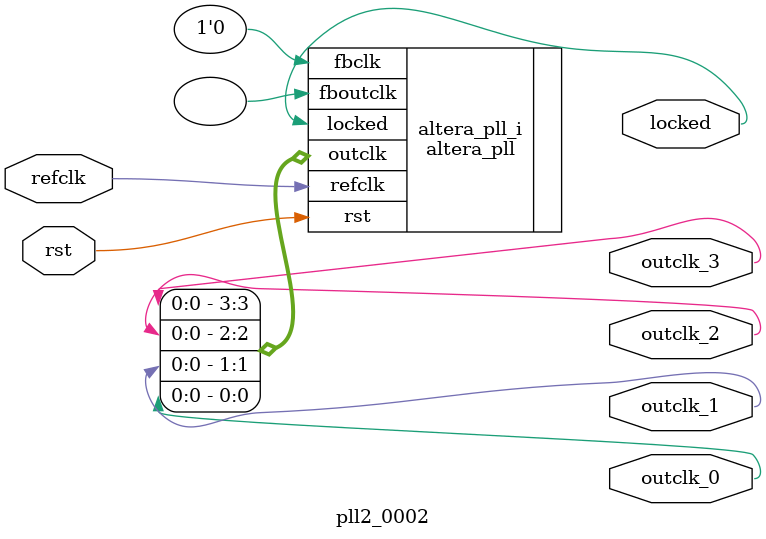
<source format=v>
`timescale 1ns/10ps
module  pll2_0002(

	// interface 'refclk'
	input wire refclk,

	// interface 'reset'
	input wire rst,

	// interface 'outclk0'
	output wire outclk_0,

	// interface 'outclk1'
	output wire outclk_1,

	// interface 'outclk2'
	output wire outclk_2,

	// interface 'outclk3'
	output wire outclk_3,

	// interface 'locked'
	output wire locked
);

	altera_pll #(
		.fractional_vco_multiplier("false"),
		.reference_clock_frequency("50.0 MHz"),
		.operation_mode("direct"),
		.number_of_clocks(4),
		.output_clock_frequency0("114.545454 MHz"),
		.phase_shift0("0 ps"),
		.duty_cycle0(50),
		.output_clock_frequency1("57.272727 MHz"),
		.phase_shift1("0 ps"),
		.duty_cycle1(50),
		.output_clock_frequency2("28.636363 MHz"),
		.phase_shift2("0 ps"),
		.duty_cycle2(50),
		.output_clock_frequency3("14.318181 MHz"),
		.phase_shift3("0 ps"),
		.duty_cycle3(50),
		.output_clock_frequency4("0 MHz"),
		.phase_shift4("0 ps"),
		.duty_cycle4(50),
		.output_clock_frequency5("0 MHz"),
		.phase_shift5("0 ps"),
		.duty_cycle5(50),
		.output_clock_frequency6("0 MHz"),
		.phase_shift6("0 ps"),
		.duty_cycle6(50),
		.output_clock_frequency7("0 MHz"),
		.phase_shift7("0 ps"),
		.duty_cycle7(50),
		.output_clock_frequency8("0 MHz"),
		.phase_shift8("0 ps"),
		.duty_cycle8(50),
		.output_clock_frequency9("0 MHz"),
		.phase_shift9("0 ps"),
		.duty_cycle9(50),
		.output_clock_frequency10("0 MHz"),
		.phase_shift10("0 ps"),
		.duty_cycle10(50),
		.output_clock_frequency11("0 MHz"),
		.phase_shift11("0 ps"),
		.duty_cycle11(50),
		.output_clock_frequency12("0 MHz"),
		.phase_shift12("0 ps"),
		.duty_cycle12(50),
		.output_clock_frequency13("0 MHz"),
		.phase_shift13("0 ps"),
		.duty_cycle13(50),
		.output_clock_frequency14("0 MHz"),
		.phase_shift14("0 ps"),
		.duty_cycle14(50),
		.output_clock_frequency15("0 MHz"),
		.phase_shift15("0 ps"),
		.duty_cycle15(50),
		.output_clock_frequency16("0 MHz"),
		.phase_shift16("0 ps"),
		.duty_cycle16(50),
		.output_clock_frequency17("0 MHz"),
		.phase_shift17("0 ps"),
		.duty_cycle17(50),
		.pll_type("General"),
		.pll_subtype("General")
	) altera_pll_i (
		.rst	(rst),
		.outclk	({outclk_3, outclk_2, outclk_1, outclk_0}),
		.locked	(locked),
		.fboutclk	( ),
		.fbclk	(1'b0),
		.refclk	(refclk)
	);
endmodule


</source>
